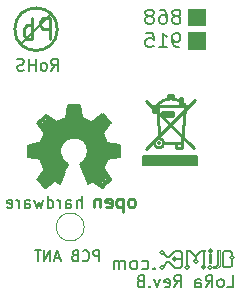
<source format=gbr>
G04 #@! TF.GenerationSoftware,KiCad,Pcbnew,5.1.0-rc2-unknown-4612175~81~ubuntu18.04.1*
G04 #@! TF.CreationDate,2019-03-08T09:47:56+02:00*
G04 #@! TF.ProjectId,LoRa_RevB,4c6f5261-5f52-4657-9642-2e6b69636164,rev?*
G04 #@! TF.SameCoordinates,Original*
G04 #@! TF.FileFunction,Legend,Bot*
G04 #@! TF.FilePolarity,Positive*
%FSLAX46Y46*%
G04 Gerber Fmt 4.6, Leading zero omitted, Abs format (unit mm)*
G04 Created by KiCad (PCBNEW 5.1.0-rc2-unknown-4612175~81~ubuntu18.04.1) date 2019-03-08 09:47:56*
%MOMM*%
%LPD*%
G04 APERTURE LIST*
%ADD10C,0.150000*%
%ADD11C,0.120000*%
%ADD12C,0.100000*%
%ADD13C,0.420000*%
%ADD14C,0.370000*%
%ADD15C,0.400000*%
%ADD16C,0.380000*%
%ADD17C,1.000000*%
%ADD18C,0.254000*%
%ADD19C,0.200000*%
%ADD20C,0.127000*%
%ADD21C,0.010000*%
%ADD22C,0.062500*%
%ADD23C,0.012700*%
%ADD24C,0.180000*%
G04 APERTURE END LIST*
D10*
X88897780Y-77007257D02*
X88845400Y-77059638D01*
X88897780Y-77112019D01*
X88950161Y-77059638D01*
X88897780Y-77007257D01*
X88897780Y-77112019D01*
X87902542Y-77059638D02*
X88007304Y-77112019D01*
X88216828Y-77112019D01*
X88321590Y-77059638D01*
X88373971Y-77007257D01*
X88426352Y-76902495D01*
X88426352Y-76588209D01*
X88373971Y-76483447D01*
X88321590Y-76431066D01*
X88216828Y-76378685D01*
X88007304Y-76378685D01*
X87902542Y-76431066D01*
X87273971Y-77112019D02*
X87378733Y-77059638D01*
X87431114Y-77007257D01*
X87483495Y-76902495D01*
X87483495Y-76588209D01*
X87431114Y-76483447D01*
X87378733Y-76431066D01*
X87273971Y-76378685D01*
X87116828Y-76378685D01*
X87012066Y-76431066D01*
X86959685Y-76483447D01*
X86907304Y-76588209D01*
X86907304Y-76902495D01*
X86959685Y-77007257D01*
X87012066Y-77059638D01*
X87116828Y-77112019D01*
X87273971Y-77112019D01*
X86435876Y-77112019D02*
X86435876Y-76378685D01*
X86435876Y-76483447D02*
X86383495Y-76431066D01*
X86278733Y-76378685D01*
X86121590Y-76378685D01*
X86016828Y-76431066D01*
X85964447Y-76535828D01*
X85964447Y-77112019D01*
X85964447Y-76535828D02*
X85912066Y-76431066D01*
X85807304Y-76378685D01*
X85650161Y-76378685D01*
X85545400Y-76431066D01*
X85493019Y-76535828D01*
X85493019Y-77112019D01*
X84278571Y-76407142D02*
X84278571Y-75507142D01*
X83935714Y-75507142D01*
X83850000Y-75550000D01*
X83807142Y-75592857D01*
X83764285Y-75678571D01*
X83764285Y-75807142D01*
X83807142Y-75892857D01*
X83850000Y-75935714D01*
X83935714Y-75978571D01*
X84278571Y-75978571D01*
X82864285Y-76321428D02*
X82907142Y-76364285D01*
X83035714Y-76407142D01*
X83121428Y-76407142D01*
X83250000Y-76364285D01*
X83335714Y-76278571D01*
X83378571Y-76192857D01*
X83421428Y-76021428D01*
X83421428Y-75892857D01*
X83378571Y-75721428D01*
X83335714Y-75635714D01*
X83250000Y-75550000D01*
X83121428Y-75507142D01*
X83035714Y-75507142D01*
X82907142Y-75550000D01*
X82864285Y-75592857D01*
X82178571Y-75935714D02*
X82050000Y-75978571D01*
X82007142Y-76021428D01*
X81964285Y-76107142D01*
X81964285Y-76235714D01*
X82007142Y-76321428D01*
X82050000Y-76364285D01*
X82135714Y-76407142D01*
X82478571Y-76407142D01*
X82478571Y-75507142D01*
X82178571Y-75507142D01*
X82092857Y-75550000D01*
X82050000Y-75592857D01*
X82007142Y-75678571D01*
X82007142Y-75764285D01*
X82050000Y-75850000D01*
X82092857Y-75892857D01*
X82178571Y-75935714D01*
X82478571Y-75935714D01*
X80935714Y-76150000D02*
X80507142Y-76150000D01*
X81021428Y-76407142D02*
X80721428Y-75507142D01*
X80421428Y-76407142D01*
X80121428Y-76407142D02*
X80121428Y-75507142D01*
X79607142Y-76407142D01*
X79607142Y-75507142D01*
X79307142Y-75507142D02*
X78792857Y-75507142D01*
X79050000Y-76407142D02*
X79050000Y-75507142D01*
D11*
X82992742Y-73531400D02*
G75*
G03X82992742Y-73531400I-1182942J0D01*
G01*
D10*
X90919142Y-55651142D02*
X91033428Y-55594000D01*
X91090571Y-55536857D01*
X91147714Y-55422571D01*
X91147714Y-55365428D01*
X91090571Y-55251142D01*
X91033428Y-55194000D01*
X90919142Y-55136857D01*
X90690571Y-55136857D01*
X90576285Y-55194000D01*
X90519142Y-55251142D01*
X90462000Y-55365428D01*
X90462000Y-55422571D01*
X90519142Y-55536857D01*
X90576285Y-55594000D01*
X90690571Y-55651142D01*
X90919142Y-55651142D01*
X91033428Y-55708285D01*
X91090571Y-55765428D01*
X91147714Y-55879714D01*
X91147714Y-56108285D01*
X91090571Y-56222571D01*
X91033428Y-56279714D01*
X90919142Y-56336857D01*
X90690571Y-56336857D01*
X90576285Y-56279714D01*
X90519142Y-56222571D01*
X90462000Y-56108285D01*
X90462000Y-55879714D01*
X90519142Y-55765428D01*
X90576285Y-55708285D01*
X90690571Y-55651142D01*
X89433428Y-55136857D02*
X89662000Y-55136857D01*
X89776285Y-55194000D01*
X89833428Y-55251142D01*
X89947714Y-55422571D01*
X90004857Y-55651142D01*
X90004857Y-56108285D01*
X89947714Y-56222571D01*
X89890571Y-56279714D01*
X89776285Y-56336857D01*
X89547714Y-56336857D01*
X89433428Y-56279714D01*
X89376285Y-56222571D01*
X89319142Y-56108285D01*
X89319142Y-55822571D01*
X89376285Y-55708285D01*
X89433428Y-55651142D01*
X89547714Y-55594000D01*
X89776285Y-55594000D01*
X89890571Y-55651142D01*
X89947714Y-55708285D01*
X90004857Y-55822571D01*
X88633428Y-55651142D02*
X88747714Y-55594000D01*
X88804857Y-55536857D01*
X88862000Y-55422571D01*
X88862000Y-55365428D01*
X88804857Y-55251142D01*
X88747714Y-55194000D01*
X88633428Y-55136857D01*
X88404857Y-55136857D01*
X88290571Y-55194000D01*
X88233428Y-55251142D01*
X88176285Y-55365428D01*
X88176285Y-55422571D01*
X88233428Y-55536857D01*
X88290571Y-55594000D01*
X88404857Y-55651142D01*
X88633428Y-55651142D01*
X88747714Y-55708285D01*
X88804857Y-55765428D01*
X88862000Y-55879714D01*
X88862000Y-56108285D01*
X88804857Y-56222571D01*
X88747714Y-56279714D01*
X88633428Y-56336857D01*
X88404857Y-56336857D01*
X88290571Y-56279714D01*
X88233428Y-56222571D01*
X88176285Y-56108285D01*
X88176285Y-55879714D01*
X88233428Y-55765428D01*
X88290571Y-55708285D01*
X88404857Y-55651142D01*
X91033428Y-58286857D02*
X90804857Y-58286857D01*
X90690571Y-58229714D01*
X90633428Y-58172571D01*
X90519142Y-58001142D01*
X90462000Y-57772571D01*
X90462000Y-57315428D01*
X90519142Y-57201142D01*
X90576285Y-57144000D01*
X90690571Y-57086857D01*
X90919142Y-57086857D01*
X91033428Y-57144000D01*
X91090571Y-57201142D01*
X91147714Y-57315428D01*
X91147714Y-57601142D01*
X91090571Y-57715428D01*
X91033428Y-57772571D01*
X90919142Y-57829714D01*
X90690571Y-57829714D01*
X90576285Y-57772571D01*
X90519142Y-57715428D01*
X90462000Y-57601142D01*
X89319142Y-58286857D02*
X90004857Y-58286857D01*
X89662000Y-58286857D02*
X89662000Y-57086857D01*
X89776285Y-57258285D01*
X89890571Y-57372571D01*
X90004857Y-57429714D01*
X88233428Y-57086857D02*
X88804857Y-57086857D01*
X88862000Y-57658285D01*
X88804857Y-57601142D01*
X88690571Y-57544000D01*
X88404857Y-57544000D01*
X88290571Y-57601142D01*
X88233428Y-57658285D01*
X88176285Y-57772571D01*
X88176285Y-58058285D01*
X88233428Y-58172571D01*
X88290571Y-58229714D01*
X88404857Y-58286857D01*
X88690571Y-58286857D01*
X88804857Y-58229714D01*
X88862000Y-58172571D01*
X95083809Y-78612380D02*
X95560000Y-78612380D01*
X95560000Y-77612380D01*
X94607619Y-78612380D02*
X94702857Y-78564761D01*
X94750476Y-78517142D01*
X94798095Y-78421904D01*
X94798095Y-78136190D01*
X94750476Y-78040952D01*
X94702857Y-77993333D01*
X94607619Y-77945714D01*
X94464761Y-77945714D01*
X94369523Y-77993333D01*
X94321904Y-78040952D01*
X94274285Y-78136190D01*
X94274285Y-78421904D01*
X94321904Y-78517142D01*
X94369523Y-78564761D01*
X94464761Y-78612380D01*
X94607619Y-78612380D01*
X93274285Y-78612380D02*
X93607619Y-78136190D01*
X93845714Y-78612380D02*
X93845714Y-77612380D01*
X93464761Y-77612380D01*
X93369523Y-77660000D01*
X93321904Y-77707619D01*
X93274285Y-77802857D01*
X93274285Y-77945714D01*
X93321904Y-78040952D01*
X93369523Y-78088571D01*
X93464761Y-78136190D01*
X93845714Y-78136190D01*
X92417142Y-78612380D02*
X92417142Y-78088571D01*
X92464761Y-77993333D01*
X92560000Y-77945714D01*
X92750476Y-77945714D01*
X92845714Y-77993333D01*
X92417142Y-78564761D02*
X92512380Y-78612380D01*
X92750476Y-78612380D01*
X92845714Y-78564761D01*
X92893333Y-78469523D01*
X92893333Y-78374285D01*
X92845714Y-78279047D01*
X92750476Y-78231428D01*
X92512380Y-78231428D01*
X92417142Y-78183809D01*
X90607619Y-78612380D02*
X90940952Y-78136190D01*
X91179047Y-78612380D02*
X91179047Y-77612380D01*
X90798095Y-77612380D01*
X90702857Y-77660000D01*
X90655238Y-77707619D01*
X90607619Y-77802857D01*
X90607619Y-77945714D01*
X90655238Y-78040952D01*
X90702857Y-78088571D01*
X90798095Y-78136190D01*
X91179047Y-78136190D01*
X89798095Y-78564761D02*
X89893333Y-78612380D01*
X90083809Y-78612380D01*
X90179047Y-78564761D01*
X90226666Y-78469523D01*
X90226666Y-78088571D01*
X90179047Y-77993333D01*
X90083809Y-77945714D01*
X89893333Y-77945714D01*
X89798095Y-77993333D01*
X89750476Y-78088571D01*
X89750476Y-78183809D01*
X90226666Y-78279047D01*
X89417142Y-77945714D02*
X89179047Y-78612380D01*
X88940952Y-77945714D01*
X88560000Y-78517142D02*
X88512380Y-78564761D01*
X88560000Y-78612380D01*
X88607619Y-78564761D01*
X88560000Y-78517142D01*
X88560000Y-78612380D01*
X87750476Y-78088571D02*
X87607619Y-78136190D01*
X87560000Y-78183809D01*
X87512380Y-78279047D01*
X87512380Y-78421904D01*
X87560000Y-78517142D01*
X87607619Y-78564761D01*
X87702857Y-78612380D01*
X88083809Y-78612380D01*
X88083809Y-77612380D01*
X87750476Y-77612380D01*
X87655238Y-77660000D01*
X87607619Y-77707619D01*
X87560000Y-77802857D01*
X87560000Y-77898095D01*
X87607619Y-77993333D01*
X87655238Y-78040952D01*
X87750476Y-78088571D01*
X88083809Y-78088571D01*
X80213057Y-60294780D02*
X80546390Y-59818590D01*
X80784485Y-60294780D02*
X80784485Y-59294780D01*
X80403533Y-59294780D01*
X80308295Y-59342400D01*
X80260676Y-59390019D01*
X80213057Y-59485257D01*
X80213057Y-59628114D01*
X80260676Y-59723352D01*
X80308295Y-59770971D01*
X80403533Y-59818590D01*
X80784485Y-59818590D01*
X79641628Y-60294780D02*
X79736866Y-60247161D01*
X79784485Y-60199542D01*
X79832104Y-60104304D01*
X79832104Y-59818590D01*
X79784485Y-59723352D01*
X79736866Y-59675733D01*
X79641628Y-59628114D01*
X79498771Y-59628114D01*
X79403533Y-59675733D01*
X79355914Y-59723352D01*
X79308295Y-59818590D01*
X79308295Y-60104304D01*
X79355914Y-60199542D01*
X79403533Y-60247161D01*
X79498771Y-60294780D01*
X79641628Y-60294780D01*
X78879723Y-60294780D02*
X78879723Y-59294780D01*
X78879723Y-59770971D02*
X78308295Y-59770971D01*
X78308295Y-60294780D02*
X78308295Y-59294780D01*
X77879723Y-60247161D02*
X77736866Y-60294780D01*
X77498771Y-60294780D01*
X77403533Y-60247161D01*
X77355914Y-60199542D01*
X77308295Y-60104304D01*
X77308295Y-60009066D01*
X77355914Y-59913828D01*
X77403533Y-59866209D01*
X77498771Y-59818590D01*
X77689247Y-59770971D01*
X77784485Y-59723352D01*
X77832104Y-59675733D01*
X77879723Y-59580495D01*
X77879723Y-59485257D01*
X77832104Y-59390019D01*
X77784485Y-59342400D01*
X77689247Y-59294780D01*
X77451152Y-59294780D01*
X77308295Y-59342400D01*
D12*
G36*
X91800000Y-56450000D02*
G01*
X93200000Y-56450000D01*
X93200000Y-55050000D01*
X91800000Y-55050000D01*
X91800000Y-56450000D01*
G37*
X91800000Y-56450000D02*
X93200000Y-56450000D01*
X93200000Y-55050000D01*
X91800000Y-55050000D01*
X91800000Y-56450000D01*
G36*
X91800000Y-58420000D02*
G01*
X93200000Y-58420000D01*
X93200000Y-57020000D01*
X91800000Y-57020000D01*
X91800000Y-58420000D01*
G37*
X91800000Y-58420000D02*
X93200000Y-58420000D01*
X93200000Y-57020000D01*
X91800000Y-57020000D01*
X91800000Y-58420000D01*
D13*
X83370420Y-69661260D02*
X82819240Y-68238860D01*
D14*
X83715860Y-69475840D02*
X83398360Y-69681580D01*
D15*
X84505800Y-70024480D02*
X83726020Y-69493620D01*
D16*
X85082380Y-69486000D02*
X84518500Y-70024480D01*
D14*
X85067140Y-69486000D02*
X84533740Y-68652880D01*
X84891880Y-67725780D02*
X84533740Y-68609700D01*
X85869780Y-67484480D02*
X84919820Y-67702920D01*
D16*
X85859620Y-66707240D02*
X85864700Y-67494640D01*
D14*
X85872320Y-66694540D02*
X84853780Y-66514200D01*
X84823300Y-66478640D02*
X84475320Y-65612500D01*
X85051900Y-64710800D02*
X84495640Y-65561700D01*
D16*
X85062060Y-64687940D02*
X84561680Y-64154540D01*
D14*
X84513420Y-64129140D02*
X83685380Y-64781920D01*
X83624420Y-64771760D02*
X82778600Y-64365360D01*
X82519520Y-63331580D02*
X82725260Y-64345040D01*
X82527140Y-63318880D02*
X81742280Y-63318880D01*
X81760060Y-63339200D02*
X81546700Y-64357740D01*
X81546700Y-64357740D02*
X80645000Y-64807320D01*
X80632300Y-64802240D02*
X79728060Y-64167800D01*
X79728060Y-64169780D02*
X79174340Y-64715880D01*
X79174340Y-64718420D02*
X79791560Y-65508360D01*
X79791560Y-65508360D02*
X79451200Y-66445620D01*
X79451200Y-66445620D02*
X78369160Y-66674220D01*
X78369160Y-66674220D02*
X78369160Y-67509880D01*
X78369160Y-67509880D02*
X79382620Y-67680060D01*
X79382620Y-67680060D02*
X79789020Y-68591920D01*
X79738220Y-70039720D02*
X80573880Y-69473300D01*
X80573880Y-69473300D02*
X80911700Y-69658720D01*
X80911700Y-69658720D02*
X81485740Y-68218540D01*
X81475580Y-68216000D02*
G75*
G02X81104740Y-66351640I746760J1117600D01*
G01*
X81094580Y-66366880D02*
G75*
G02X83019900Y-66168760I1061720J-863600D01*
G01*
X83045300Y-66194160D02*
G75*
G02X82969100Y-68048360I-965200J-889000D01*
G01*
X79789020Y-68591920D02*
X79169260Y-69478380D01*
X79722980Y-70032100D02*
X79169260Y-69486000D01*
D10*
X83289140Y-69841600D02*
X82638900Y-68172820D01*
X83672680Y-69638400D02*
X83327240Y-69859380D01*
X83685380Y-69628240D02*
X84510880Y-70192120D01*
X84518500Y-70199740D02*
X85239860Y-69506320D01*
X85247480Y-69503780D02*
X84650580Y-68640180D01*
X86009480Y-67596240D02*
X84937600Y-67791820D01*
X86009480Y-66603100D02*
X86009480Y-67588620D01*
X86012020Y-66600560D02*
X84841080Y-66397360D01*
X84942680Y-66402440D02*
X84607400Y-65569320D01*
X85204300Y-64718420D02*
X84609940Y-65571860D01*
X85224620Y-64682860D02*
X84551520Y-63969120D01*
X84538820Y-63966580D02*
X83568540Y-64682860D01*
X83604100Y-64614280D02*
X82699860Y-64235820D01*
X82616040Y-63219820D02*
X82816700Y-64245980D01*
X82605880Y-63212200D02*
X81640680Y-63212200D01*
X81640680Y-63212200D02*
X81414620Y-64383140D01*
X81424780Y-64301860D02*
X80619600Y-64639680D01*
X80738980Y-64687940D02*
X79728060Y-64014840D01*
X79722980Y-64012300D02*
X79029560Y-64703180D01*
X79024480Y-64710800D02*
X79728060Y-65701400D01*
X79639160Y-65592180D02*
X79273400Y-66460860D01*
X78336140Y-67362560D02*
X79443580Y-67586080D01*
X78252320Y-66620880D02*
X78254860Y-67578460D01*
X79390240Y-67809600D02*
X78267560Y-67598780D01*
X79286100Y-67776580D02*
X79667100Y-68757020D01*
X79319120Y-69412340D02*
X79804260Y-69943200D01*
X79715360Y-70187040D02*
X79032100Y-69496160D01*
X80601820Y-69572360D02*
X79725520Y-70192120D01*
X79738220Y-69877160D02*
X80558640Y-69348840D01*
X80421480Y-69544420D02*
X80949800Y-69872080D01*
X80949800Y-69872080D02*
X81335880Y-68891640D01*
X81340960Y-68193140D02*
X80812640Y-69574900D01*
X85717380Y-66791060D02*
X85717380Y-67441300D01*
X85859620Y-66846940D02*
X84744560Y-66600560D01*
X84330540Y-65579480D02*
X84716620Y-66577700D01*
X84325460Y-65584560D02*
X84927440Y-64675240D01*
X84569300Y-64230740D02*
X83685380Y-64952100D01*
X81297780Y-68251560D02*
X81119980Y-68129640D01*
X81119980Y-68129640D02*
X80744060Y-67418440D01*
X80744060Y-67418440D02*
X80744060Y-66900280D01*
X80738980Y-66912980D02*
X80972660Y-66239880D01*
X80972660Y-66239880D02*
X81483200Y-65810620D01*
X81483200Y-65810620D02*
X82298540Y-65650600D01*
X82298540Y-65642980D02*
X83169760Y-66072240D01*
X83169760Y-66072240D02*
X83588860Y-66803760D01*
X83593940Y-66808840D02*
X83461860Y-67631800D01*
X83456780Y-67662280D02*
X83362800Y-67832460D01*
X83456780Y-67662280D02*
X83362800Y-67832460D01*
X83233260Y-67883260D02*
X82974180Y-68221080D01*
X82864960Y-67997560D02*
X82638900Y-68172820D01*
X81363820Y-68000100D02*
X81617820Y-68165200D01*
X81500980Y-68454760D02*
X81622900Y-68170280D01*
X83680300Y-64949560D02*
X82697320Y-64456800D01*
X83350100Y-67862940D02*
X83042760Y-68129640D01*
D17*
X84366100Y-69292960D02*
X83512660Y-68271880D01*
X85402420Y-67088240D02*
X83985100Y-67027280D01*
X84416900Y-64802240D02*
X83355180Y-65909680D01*
X82156300Y-63826880D02*
X82151220Y-65340720D01*
X79890620Y-64883520D02*
X81003140Y-65950320D01*
X78900020Y-67067920D02*
X80368140Y-67154280D01*
X83690460Y-69120240D02*
X83324700Y-68358240D01*
X84355940Y-68221080D02*
X83792060Y-67741020D01*
X84604860Y-67575920D02*
X83898740Y-67448920D01*
X84279740Y-66331320D02*
X83837780Y-66491340D01*
X84104480Y-65851260D02*
X83647280Y-66140820D01*
X83106260Y-65074020D02*
X82931000Y-65432160D01*
X82671920Y-64814940D02*
X82504280Y-65424540D01*
X81407000Y-64830180D02*
X81627980Y-65515980D01*
X80820260Y-65081640D02*
X81239360Y-65668380D01*
X79951580Y-65950320D02*
X80606900Y-66316080D01*
X79710280Y-66643740D02*
X80431640Y-66791060D01*
X80545940Y-67801980D02*
X79936340Y-67908660D01*
X80865980Y-68221080D02*
X80248760Y-68548740D01*
X80980280Y-68358240D02*
X79799180Y-69371700D01*
X80980280Y-68266800D02*
X80647540Y-68998320D01*
D18*
X80720037Y-56779160D02*
G75*
G03X80720037Y-56779160I-1802237J0D01*
G01*
D19*
X77757020Y-57942480D02*
X80190340Y-55521860D01*
D10*
X88013800Y-67539400D02*
X88013800Y-68301400D01*
X92585800Y-67539400D02*
X88013800Y-67539400D01*
X92585800Y-68301400D02*
X92585800Y-67539400D01*
X88013800Y-68301400D02*
X92585800Y-68301400D01*
X88064600Y-67590200D02*
X92484200Y-67590200D01*
X92535000Y-67691800D02*
X88064600Y-67691800D01*
X88064600Y-67844200D02*
X92484200Y-67844200D01*
X88064600Y-67996600D02*
X92484200Y-67996600D01*
X92535000Y-67742600D02*
X88115400Y-67742600D01*
X92535000Y-67895000D02*
X88064600Y-67895000D01*
X88115400Y-68098200D02*
X92484200Y-68098200D01*
X92535000Y-68199800D02*
X88115400Y-68199800D01*
D18*
X92379800Y-62763400D02*
X88188800Y-66954400D01*
X92252800Y-66827400D02*
X88188800Y-62890400D01*
X91236800Y-66446400D02*
X89839800Y-66446400D01*
X91236800Y-66446400D02*
X91490800Y-63398400D01*
X91744800Y-63271400D02*
X88823800Y-63271400D01*
X90728800Y-66827400D02*
X90728800Y-66573400D01*
X91236800Y-66827400D02*
X90728800Y-66827400D01*
X91236800Y-66446400D02*
X91236800Y-66827400D01*
X89331800Y-65938400D02*
X89204800Y-63906400D01*
X89733409Y-66446400D02*
G75*
G03X89733409Y-66446400I-401609J0D01*
G01*
X91109800Y-62636400D02*
X91109800Y-63144400D01*
X91236800Y-62636400D02*
X91109800Y-62636400D01*
X91236800Y-63144400D02*
X91236800Y-62636400D01*
X88823800Y-63779400D02*
X88823800Y-63271400D01*
X89204800Y-63779400D02*
X88823800Y-63779400D01*
X89204800Y-63271400D02*
X89204800Y-63779400D01*
X89077800Y-63398400D02*
X89077800Y-63525400D01*
X89077800Y-63271400D02*
X88950800Y-63652400D01*
X89077800Y-63398400D02*
X89077800Y-63525400D01*
X88950800Y-63398400D02*
X88950800Y-63779400D01*
X89077800Y-63398400D02*
X88950800Y-63398400D01*
X89077800Y-63779400D02*
X89077800Y-63398400D01*
X90474800Y-64160400D02*
X90474800Y-63779400D01*
X89585800Y-64160400D02*
X90474800Y-64160400D01*
X89585800Y-63779400D02*
X89585800Y-64160400D01*
X90474800Y-63779400D02*
X89585800Y-63779400D01*
X90347800Y-63906400D02*
X89712800Y-63906400D01*
X90093800Y-62382400D02*
X90474800Y-62382400D01*
X90093800Y-62509400D02*
X90093800Y-62382400D01*
X90474800Y-62509400D02*
X90093800Y-62509400D01*
X90474800Y-62382400D02*
X90474800Y-62509400D01*
X89204800Y-63144400D02*
G75*
G02X91490800Y-63144400I1143000J-1143000D01*
G01*
D20*
X89458800Y-66446400D02*
G75*
G03X89458800Y-66446400I-127000J0D01*
G01*
D10*
X95673939Y-76106400D02*
G75*
G03X95673939Y-76106400I-172739J0D01*
G01*
D19*
X94866200Y-75587500D02*
X94713800Y-75738100D01*
X94713800Y-75776200D02*
X94713800Y-76779500D01*
X94853500Y-76944600D02*
X94713800Y-76804900D01*
X95501200Y-76335000D02*
X95501200Y-76779500D01*
X94358200Y-75585700D02*
X94358200Y-76766800D01*
X94358200Y-76766800D02*
X94180400Y-76931900D01*
X94180400Y-76931900D02*
X93901000Y-76931900D01*
D10*
X93845139Y-76944600D02*
G75*
G03X93845139Y-76944600I-172739J0D01*
G01*
D19*
X93672400Y-75801600D02*
X93672400Y-76512800D01*
D10*
X93845139Y-75573000D02*
G75*
G03X93845139Y-75573000I-172739J0D01*
G01*
X93273639Y-76944600D02*
G75*
G03X93273639Y-76944600I-172739J0D01*
G01*
D19*
X93100900Y-76728700D02*
X93100900Y-75560300D01*
X93100900Y-75560300D02*
X92872300Y-75560300D01*
X92872300Y-75560300D02*
X92427800Y-76004800D01*
X92427800Y-76004800D02*
X92427800Y-76208000D01*
X92427800Y-76030200D02*
X91945200Y-75560300D01*
D10*
X92600539Y-76436600D02*
G75*
G03X92600539Y-76436600I-172739J0D01*
G01*
D19*
X91945200Y-75560300D02*
X91729300Y-75560300D01*
X91729300Y-75560300D02*
X91729300Y-76690600D01*
D10*
X91902039Y-76944600D02*
G75*
G03X91902039Y-76944600I-172739J0D01*
G01*
X89768439Y-76957300D02*
G75*
G03X89768439Y-76957300I-172739J0D01*
G01*
D19*
X89710000Y-76792200D02*
X90002100Y-76500100D01*
X90002100Y-76500100D02*
X90192600Y-76500100D01*
X90192600Y-76500100D02*
X90700600Y-77008100D01*
X90700600Y-77008100D02*
X91094300Y-77008100D01*
X91094300Y-77008100D02*
X91259400Y-76830300D01*
X91259400Y-76830300D02*
X91259400Y-76258800D01*
X91259400Y-75763500D02*
X91081600Y-75585700D01*
X91259400Y-76271500D02*
X91259400Y-75763500D01*
X91081600Y-75585700D02*
X90687900Y-75585700D01*
X90687900Y-75585700D02*
X90192600Y-76081000D01*
X90192600Y-76081000D02*
X89989400Y-76081000D01*
X89989400Y-76081000D02*
X89735400Y-75827000D01*
D10*
X89755739Y-75649200D02*
G75*
G03X89755739Y-75649200I-172739J0D01*
G01*
D19*
X90827600Y-76258800D02*
X91259400Y-76258800D01*
D10*
X90797139Y-76258800D02*
G75*
G03X90797139Y-76258800I-172739J0D01*
G01*
D19*
X95348800Y-75585700D02*
X94866200Y-75585700D01*
X95501200Y-75738100D02*
X95348800Y-75585700D01*
X95501200Y-75903200D02*
X95501200Y-75738100D01*
X95348800Y-76944600D02*
X95501200Y-76804900D01*
X94853500Y-76944600D02*
X95348800Y-76944600D01*
D21*
X94459800Y-75484100D02*
X94459800Y-76779500D01*
X94358200Y-75484100D02*
X94459800Y-75484100D01*
X94459800Y-76804900D02*
X94218500Y-77033500D01*
X94459800Y-76792200D02*
X94459800Y-76804900D01*
X94459800Y-76779500D02*
X94459800Y-76792200D01*
X94447100Y-76817600D02*
X94459800Y-76792200D01*
X94218500Y-77033500D02*
X93901000Y-77033500D01*
X94205800Y-77033500D02*
X94218500Y-77020800D01*
X94256600Y-75484100D02*
X94256600Y-76741400D01*
X94358200Y-75484100D02*
X94256600Y-75484100D01*
D22*
X94431860Y-75514580D02*
X94383600Y-75514580D01*
X94335340Y-75517120D02*
X94287080Y-75517120D01*
D23*
X94452180Y-75486640D02*
X94452180Y-75560300D01*
X94266760Y-75486640D02*
X94266760Y-75565380D01*
X93578420Y-76611860D02*
X93768920Y-76611860D01*
X93578420Y-76515340D02*
X93578420Y-76611860D01*
X93768920Y-76611860D02*
X93768920Y-75788900D01*
X93763840Y-76599160D02*
X93580960Y-76599160D01*
X93766380Y-76586460D02*
X93583500Y-76586460D01*
X93766380Y-76573760D02*
X93583500Y-76573760D01*
X93766380Y-76561060D02*
X93580960Y-76561060D01*
X93194880Y-75466320D02*
X92867220Y-75466320D01*
X93194880Y-75562840D02*
X93194880Y-75466320D01*
X93141540Y-75479020D02*
X93187260Y-75479020D01*
X93184720Y-75471400D02*
X93184720Y-75512040D01*
X93182180Y-75491720D02*
X93166940Y-75491720D01*
X91635320Y-75466320D02*
X91635320Y-75562840D01*
X91721680Y-75466320D02*
X91635320Y-75466320D01*
X91681040Y-75476480D02*
X91642940Y-75476480D01*
X91645480Y-75481560D02*
X91645480Y-75512040D01*
X91668340Y-75486640D02*
X91648020Y-75486640D01*
X91653100Y-75484100D02*
X91653100Y-75499340D01*
D18*
X87089898Y-71873379D02*
X87194660Y-71820998D01*
X87247040Y-71768617D01*
X87299421Y-71663855D01*
X87299421Y-71349569D01*
X87247040Y-71244807D01*
X87194660Y-71192426D01*
X87089898Y-71140045D01*
X86932755Y-71140045D01*
X86827993Y-71192426D01*
X86775612Y-71244807D01*
X86723231Y-71349569D01*
X86723231Y-71663855D01*
X86775612Y-71768617D01*
X86827993Y-71820998D01*
X86932755Y-71873379D01*
X87089898Y-71873379D01*
X86251802Y-71140045D02*
X86251802Y-72240045D01*
X86251802Y-71192426D02*
X86147040Y-71140045D01*
X85937517Y-71140045D01*
X85832755Y-71192426D01*
X85780374Y-71244807D01*
X85727993Y-71349569D01*
X85727993Y-71663855D01*
X85780374Y-71768617D01*
X85832755Y-71820998D01*
X85937517Y-71873379D01*
X86147040Y-71873379D01*
X86251802Y-71820998D01*
X84837517Y-71820998D02*
X84942279Y-71873379D01*
X85151802Y-71873379D01*
X85256564Y-71820998D01*
X85308945Y-71716236D01*
X85308945Y-71297188D01*
X85256564Y-71192426D01*
X85151802Y-71140045D01*
X84942279Y-71140045D01*
X84837517Y-71192426D01*
X84785136Y-71297188D01*
X84785136Y-71401950D01*
X85308945Y-71506712D01*
X84313707Y-71140045D02*
X84313707Y-71873379D01*
X84313707Y-71244807D02*
X84261326Y-71192426D01*
X84156564Y-71140045D01*
X83999421Y-71140045D01*
X83894660Y-71192426D01*
X83842279Y-71297188D01*
X83842279Y-71873379D01*
D24*
X82774397Y-71919580D02*
X82774397Y-70919580D01*
X82345825Y-71919580D02*
X82345825Y-71395771D01*
X82393444Y-71300533D01*
X82488682Y-71252914D01*
X82631540Y-71252914D01*
X82726778Y-71300533D01*
X82774397Y-71348152D01*
X81441063Y-71919580D02*
X81441063Y-71395771D01*
X81488682Y-71300533D01*
X81583920Y-71252914D01*
X81774397Y-71252914D01*
X81869635Y-71300533D01*
X81441063Y-71871961D02*
X81536301Y-71919580D01*
X81774397Y-71919580D01*
X81869635Y-71871961D01*
X81917254Y-71776723D01*
X81917254Y-71681485D01*
X81869635Y-71586247D01*
X81774397Y-71538628D01*
X81536301Y-71538628D01*
X81441063Y-71491009D01*
X80964873Y-71919580D02*
X80964873Y-71252914D01*
X80964873Y-71443390D02*
X80917254Y-71348152D01*
X80869635Y-71300533D01*
X80774397Y-71252914D01*
X80679159Y-71252914D01*
X79917254Y-71919580D02*
X79917254Y-70919580D01*
X79917254Y-71871961D02*
X80012492Y-71919580D01*
X80202968Y-71919580D01*
X80298206Y-71871961D01*
X80345825Y-71824342D01*
X80393444Y-71729104D01*
X80393444Y-71443390D01*
X80345825Y-71348152D01*
X80298206Y-71300533D01*
X80202968Y-71252914D01*
X80012492Y-71252914D01*
X79917254Y-71300533D01*
X79536301Y-71252914D02*
X79345825Y-71919580D01*
X79155349Y-71443390D01*
X78964873Y-71919580D01*
X78774397Y-71252914D01*
X77964873Y-71919580D02*
X77964873Y-71395771D01*
X78012492Y-71300533D01*
X78107730Y-71252914D01*
X78298206Y-71252914D01*
X78393444Y-71300533D01*
X77964873Y-71871961D02*
X78060111Y-71919580D01*
X78298206Y-71919580D01*
X78393444Y-71871961D01*
X78441063Y-71776723D01*
X78441063Y-71681485D01*
X78393444Y-71586247D01*
X78298206Y-71538628D01*
X78060111Y-71538628D01*
X77964873Y-71491009D01*
X77488682Y-71919580D02*
X77488682Y-71252914D01*
X77488682Y-71443390D02*
X77441063Y-71348152D01*
X77393444Y-71300533D01*
X77298206Y-71252914D01*
X77202968Y-71252914D01*
X76488682Y-71871961D02*
X76583920Y-71919580D01*
X76774397Y-71919580D01*
X76869635Y-71871961D01*
X76917254Y-71776723D01*
X76917254Y-71395771D01*
X76869635Y-71300533D01*
X76774397Y-71252914D01*
X76583920Y-71252914D01*
X76488682Y-71300533D01*
X76441063Y-71395771D01*
X76441063Y-71491009D01*
X76917254Y-71586247D01*
D18*
X80106068Y-57568527D02*
X80106068Y-55868527D01*
X79534640Y-55868527D01*
X79391782Y-55949480D01*
X79320354Y-56030432D01*
X79248925Y-56192337D01*
X79248925Y-56435194D01*
X79320354Y-56597099D01*
X79391782Y-56678051D01*
X79534640Y-56759003D01*
X80106068Y-56759003D01*
X78606068Y-57568527D02*
X78606068Y-55868527D01*
X78606068Y-56516146D02*
X78463211Y-56435194D01*
X78177497Y-56435194D01*
X78034640Y-56516146D01*
X77963211Y-56597099D01*
X77891782Y-56759003D01*
X77891782Y-57244718D01*
X77963211Y-57406622D01*
X78034640Y-57487575D01*
X78177497Y-57568527D01*
X78463211Y-57568527D01*
X78606068Y-57487575D01*
M02*

</source>
